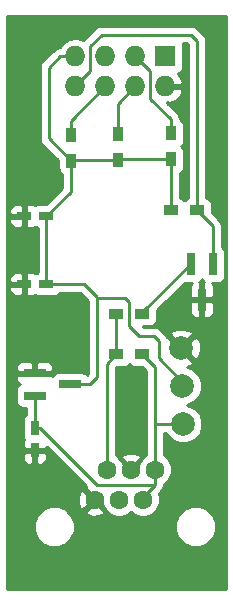
<source format=gbr>
G04 #@! TF.FileFunction,Copper,L1,Top,Signal*
%FSLAX46Y46*%
G04 Gerber Fmt 4.6, Leading zero omitted, Abs format (unit mm)*
G04 Created by KiCad (PCBNEW 4.0.7) date 12/21/18 01:01:40*
%MOMM*%
%LPD*%
G01*
G04 APERTURE LIST*
%ADD10C,0.100000*%
%ADD11C,1.600000*%
%ADD12R,1.727200X1.727200*%
%ADD13O,1.727200X1.727200*%
%ADD14R,0.750000X1.200000*%
%ADD15R,1.200000X0.750000*%
%ADD16R,0.800000X1.900000*%
%ADD17R,1.200000X0.900000*%
%ADD18R,0.900000X1.200000*%
%ADD19R,1.900000X0.800000*%
%ADD20C,2.000000*%
%ADD21C,0.250000*%
%ADD22C,0.254000*%
G04 APERTURE END LIST*
D10*
D11*
X112887600Y-149312600D03*
X111867600Y-151852600D03*
X110847600Y-149312600D03*
X109827600Y-151852600D03*
X108807600Y-149312600D03*
X107787600Y-151852600D03*
D12*
X113766600Y-114300000D03*
D13*
X113766600Y-116840000D03*
X111226600Y-114300000D03*
X111226600Y-116840000D03*
X108686600Y-114300000D03*
X108686600Y-116840000D03*
X106146600Y-114300000D03*
X106146600Y-116840000D03*
D14*
X102692200Y-145785800D03*
X102692200Y-147685800D03*
D15*
X103693000Y-133604000D03*
X101793000Y-133604000D03*
X103693000Y-127838200D03*
X101793000Y-127838200D03*
D16*
X117790000Y-131926200D03*
X115890000Y-131926200D03*
X116840000Y-134926200D03*
D17*
X111818600Y-136093200D03*
X109618600Y-136093200D03*
X109593200Y-139547600D03*
X111793200Y-139547600D03*
X114266800Y-127355600D03*
X116466800Y-127355600D03*
D18*
X114249200Y-123020000D03*
X114249200Y-120820000D03*
X109728000Y-123121600D03*
X109728000Y-120921600D03*
X105765600Y-123147000D03*
X105765600Y-120947000D03*
D19*
X102690800Y-141137600D03*
X102690800Y-143037600D03*
X105690800Y-142087600D03*
D20*
X115189000Y-142214600D03*
X115265200Y-145440400D03*
X115112800Y-139014200D03*
D21*
X115265200Y-145440400D02*
X112973800Y-145440400D01*
X112973800Y-145440400D02*
X112887600Y-145526600D01*
X102692200Y-145785800D02*
X103164600Y-145785800D01*
X107965400Y-150586600D02*
X112887600Y-150586600D01*
X103164600Y-145785800D02*
X107965400Y-150586600D01*
X102692200Y-145785800D02*
X102692200Y-143039000D01*
X102692200Y-143039000D02*
X102690800Y-143037600D01*
X111867600Y-151852600D02*
X111867600Y-151606600D01*
X111867600Y-151606600D02*
X112887600Y-150586600D01*
X112887600Y-149312600D02*
X112887600Y-150586600D01*
X112887600Y-149312600D02*
X112887600Y-145526600D01*
X112887600Y-145526600D02*
X112887600Y-140642000D01*
X112887600Y-140642000D02*
X111793200Y-139547600D01*
X114249200Y-123020000D02*
X114249200Y-127338000D01*
X114249200Y-127338000D02*
X114266800Y-127355600D01*
X115189000Y-142214600D02*
X115189000Y-141884400D01*
X115189000Y-141884400D02*
X113182400Y-139877800D01*
X113182400Y-139877800D02*
X113182400Y-138379200D01*
X113182400Y-138379200D02*
X112776000Y-137972800D01*
X112776000Y-137972800D02*
X111556800Y-137972800D01*
X111556800Y-137972800D02*
X110718600Y-137134600D01*
X110718600Y-137134600D02*
X110718600Y-135128000D01*
X110718600Y-135128000D02*
X110337600Y-134747000D01*
X110337600Y-134747000D02*
X107975400Y-134747000D01*
X105690800Y-142087600D02*
X107391200Y-142087600D01*
X107975400Y-141503400D02*
X107975400Y-134747000D01*
X107975400Y-134747000D02*
X107975400Y-134696200D01*
X107391200Y-142087600D02*
X107975400Y-141503400D01*
X106146600Y-114300000D02*
X104851200Y-114300000D01*
X103886000Y-121267400D02*
X105765600Y-123147000D01*
X103886000Y-115265200D02*
X103886000Y-121267400D01*
X104851200Y-114300000D02*
X103886000Y-115265200D01*
X103693000Y-133604000D02*
X106883200Y-133604000D01*
X106883200Y-133604000D02*
X107975400Y-134696200D01*
X103693000Y-127838200D02*
X103693000Y-133604000D01*
X105765600Y-123147000D02*
X105765600Y-125765600D01*
X105765600Y-125765600D02*
X103693000Y-127838200D01*
X109728000Y-123121600D02*
X105791000Y-123121600D01*
X105791000Y-123121600D02*
X105765600Y-123147000D01*
X114249200Y-123020000D02*
X109829600Y-123020000D01*
X109829600Y-123020000D02*
X109728000Y-123121600D01*
X109593200Y-139547600D02*
X109593200Y-136118600D01*
X109593200Y-136118600D02*
X109618600Y-136093200D01*
X108807600Y-149312600D02*
X108807600Y-140333200D01*
X108807600Y-140333200D02*
X109593200Y-139547600D01*
X111818600Y-136093200D02*
X111818600Y-135997600D01*
X111818600Y-135997600D02*
X115890000Y-131926200D01*
X106146600Y-116840000D02*
X106146600Y-116814600D01*
X106146600Y-116814600D02*
X107416600Y-115544600D01*
X116466800Y-113012400D02*
X116466800Y-127355600D01*
X115925600Y-112471200D02*
X116466800Y-113012400D01*
X108356400Y-112471200D02*
X115925600Y-112471200D01*
X107416600Y-113411000D02*
X108356400Y-112471200D01*
X107416600Y-115544600D02*
X107416600Y-113411000D01*
X117790000Y-131926200D02*
X117790000Y-128678800D01*
X117790000Y-128678800D02*
X116466800Y-127355600D01*
X106146600Y-116840000D02*
X106172000Y-116840000D01*
X114249200Y-120820000D02*
X114249200Y-119659400D01*
X112496600Y-115570000D02*
X111226600Y-114300000D01*
X112496600Y-117906800D02*
X112496600Y-115570000D01*
X114249200Y-119659400D02*
X112496600Y-117906800D01*
X109728000Y-120921600D02*
X109728000Y-118338600D01*
X109728000Y-118338600D02*
X111226600Y-116840000D01*
X105765600Y-120947000D02*
X105765600Y-119761000D01*
X105765600Y-119761000D02*
X108686600Y-116840000D01*
D22*
G36*
X118884200Y-159425000D02*
X100354200Y-159425000D01*
X100354200Y-154496199D01*
X102602299Y-154496199D01*
X102865881Y-155134115D01*
X103353518Y-155622604D01*
X103990973Y-155887299D01*
X104681199Y-155887901D01*
X105319115Y-155624319D01*
X105807604Y-155136682D01*
X106072299Y-154499227D01*
X106072301Y-154496199D01*
X114602299Y-154496199D01*
X114865881Y-155134115D01*
X115353518Y-155622604D01*
X115990973Y-155887299D01*
X116681199Y-155887901D01*
X117319115Y-155624319D01*
X117807604Y-155136682D01*
X118072299Y-154499227D01*
X118072901Y-153809001D01*
X117809319Y-153171085D01*
X117321682Y-152682596D01*
X116684227Y-152417901D01*
X115994001Y-152417299D01*
X115356085Y-152680881D01*
X114867596Y-153168518D01*
X114602901Y-153805973D01*
X114602299Y-154496199D01*
X106072301Y-154496199D01*
X106072901Y-153809001D01*
X105809319Y-153171085D01*
X105499121Y-152860345D01*
X106959461Y-152860345D01*
X107033595Y-153106464D01*
X107570823Y-153299565D01*
X108141054Y-153272378D01*
X108541605Y-153106464D01*
X108615739Y-152860345D01*
X107787600Y-152032205D01*
X106959461Y-152860345D01*
X105499121Y-152860345D01*
X105321682Y-152682596D01*
X104684227Y-152417901D01*
X103994001Y-152417299D01*
X103356085Y-152680881D01*
X102867596Y-153168518D01*
X102602901Y-153805973D01*
X102602299Y-154496199D01*
X100354200Y-154496199D01*
X100354200Y-151635823D01*
X106340635Y-151635823D01*
X106367822Y-152206054D01*
X106533736Y-152606605D01*
X106779855Y-152680739D01*
X107607995Y-151852600D01*
X106779855Y-151024461D01*
X106533736Y-151098595D01*
X106340635Y-151635823D01*
X100354200Y-151635823D01*
X100354200Y-147971550D01*
X101682200Y-147971550D01*
X101682200Y-148412109D01*
X101778873Y-148645498D01*
X101957501Y-148824127D01*
X102190890Y-148920800D01*
X102406450Y-148920800D01*
X102565200Y-148762050D01*
X102565200Y-147812800D01*
X102819200Y-147812800D01*
X102819200Y-148762050D01*
X102977950Y-148920800D01*
X103193510Y-148920800D01*
X103426899Y-148824127D01*
X103605527Y-148645498D01*
X103702200Y-148412109D01*
X103702200Y-147971550D01*
X103543450Y-147812800D01*
X102819200Y-147812800D01*
X102565200Y-147812800D01*
X101840950Y-147812800D01*
X101682200Y-147971550D01*
X100354200Y-147971550D01*
X100354200Y-142637600D01*
X101093360Y-142637600D01*
X101093360Y-143437600D01*
X101137638Y-143672917D01*
X101276710Y-143889041D01*
X101488910Y-144034031D01*
X101740800Y-144085040D01*
X101932200Y-144085040D01*
X101932200Y-144678956D01*
X101865759Y-144721710D01*
X101720769Y-144933910D01*
X101669760Y-145185800D01*
X101669760Y-146385800D01*
X101714038Y-146621117D01*
X101780529Y-146724446D01*
X101778873Y-146726102D01*
X101682200Y-146959491D01*
X101682200Y-147400050D01*
X101840950Y-147558800D01*
X102565200Y-147558800D01*
X102565200Y-147538800D01*
X102819200Y-147538800D01*
X102819200Y-147558800D01*
X103543450Y-147558800D01*
X103702200Y-147400050D01*
X103702200Y-147398202D01*
X107003303Y-150699305D01*
X106959461Y-150844855D01*
X107787600Y-151672995D01*
X107801743Y-151658853D01*
X107981348Y-151838458D01*
X107967205Y-151852600D01*
X108491606Y-152377000D01*
X108610357Y-152664400D01*
X109013677Y-153068424D01*
X109540909Y-153287350D01*
X110111787Y-153287848D01*
X110639400Y-153069843D01*
X110847609Y-152861997D01*
X111053677Y-153068424D01*
X111580909Y-153287350D01*
X112151787Y-153287848D01*
X112679400Y-153069843D01*
X113083424Y-152666523D01*
X113302350Y-152139291D01*
X113302848Y-151568413D01*
X113208625Y-151340377D01*
X113425001Y-151124001D01*
X113589748Y-150877439D01*
X113647600Y-150586600D01*
X113647600Y-150551246D01*
X113699400Y-150529843D01*
X114103424Y-150126523D01*
X114322350Y-149599291D01*
X114322848Y-149028413D01*
X114104843Y-148500800D01*
X113701523Y-148096776D01*
X113647600Y-148074385D01*
X113647600Y-146200400D01*
X113810153Y-146200400D01*
X113878306Y-146365343D01*
X114337837Y-146825678D01*
X114938552Y-147075116D01*
X115588995Y-147075684D01*
X116190143Y-146827294D01*
X116650478Y-146367763D01*
X116899916Y-145767048D01*
X116900484Y-145116605D01*
X116652094Y-144515457D01*
X116192563Y-144055122D01*
X115605773Y-143811466D01*
X116113943Y-143601494D01*
X116574278Y-143141963D01*
X116823716Y-142541248D01*
X116824284Y-141890805D01*
X116575894Y-141289657D01*
X116116363Y-140829322D01*
X115574687Y-140604399D01*
X115987064Y-140433587D01*
X116085727Y-140166732D01*
X115112800Y-139193805D01*
X115098658Y-139207948D01*
X114919053Y-139028343D01*
X114933195Y-139014200D01*
X115292405Y-139014200D01*
X116265332Y-139987127D01*
X116532187Y-139888464D01*
X116758708Y-139278739D01*
X116734656Y-138628740D01*
X116532187Y-138139936D01*
X116265332Y-138041273D01*
X115292405Y-139014200D01*
X114933195Y-139014200D01*
X113960268Y-138041273D01*
X113874319Y-138073051D01*
X113733078Y-137861668D01*
X114139873Y-137861668D01*
X115112800Y-138834595D01*
X116085727Y-137861668D01*
X115987064Y-137594813D01*
X115377339Y-137368292D01*
X114727340Y-137392344D01*
X114238536Y-137594813D01*
X114139873Y-137861668D01*
X113733078Y-137861668D01*
X113719801Y-137841799D01*
X113313401Y-137435399D01*
X113066839Y-137270652D01*
X112776000Y-137212800D01*
X111871602Y-137212800D01*
X111849442Y-137190640D01*
X112418600Y-137190640D01*
X112653917Y-137146362D01*
X112870041Y-137007290D01*
X113015031Y-136795090D01*
X113066040Y-136543200D01*
X113066040Y-135824962D01*
X113679052Y-135211950D01*
X115805000Y-135211950D01*
X115805000Y-136002509D01*
X115901673Y-136235898D01*
X116080301Y-136414527D01*
X116313690Y-136511200D01*
X116554250Y-136511200D01*
X116713000Y-136352450D01*
X116713000Y-135053200D01*
X116967000Y-135053200D01*
X116967000Y-136352450D01*
X117125750Y-136511200D01*
X117366310Y-136511200D01*
X117599699Y-136414527D01*
X117778327Y-136235898D01*
X117875000Y-136002509D01*
X117875000Y-135211950D01*
X117716250Y-135053200D01*
X116967000Y-135053200D01*
X116713000Y-135053200D01*
X115963750Y-135053200D01*
X115805000Y-135211950D01*
X113679052Y-135211950D01*
X115388015Y-133502987D01*
X115490000Y-133523640D01*
X115994534Y-133523640D01*
X115901673Y-133616502D01*
X115805000Y-133849891D01*
X115805000Y-134640450D01*
X115963750Y-134799200D01*
X116713000Y-134799200D01*
X116713000Y-133499950D01*
X116626988Y-133413938D01*
X116741441Y-133340290D01*
X116840633Y-133195117D01*
X116925910Y-133327641D01*
X117052686Y-133414264D01*
X116967000Y-133499950D01*
X116967000Y-134799200D01*
X117716250Y-134799200D01*
X117875000Y-134640450D01*
X117875000Y-133849891D01*
X117778327Y-133616502D01*
X117685466Y-133523640D01*
X118190000Y-133523640D01*
X118425317Y-133479362D01*
X118641441Y-133340290D01*
X118786431Y-133128090D01*
X118837440Y-132876200D01*
X118837440Y-130976200D01*
X118793162Y-130740883D01*
X118654090Y-130524759D01*
X118550000Y-130453637D01*
X118550000Y-128678800D01*
X118505093Y-128453040D01*
X118492148Y-128387960D01*
X118327401Y-128141399D01*
X117714240Y-127528238D01*
X117714240Y-126905600D01*
X117669962Y-126670283D01*
X117530890Y-126454159D01*
X117318690Y-126309169D01*
X117226800Y-126290561D01*
X117226800Y-113012400D01*
X117168948Y-112721561D01*
X117168948Y-112721560D01*
X117004201Y-112474999D01*
X116463001Y-111933799D01*
X116216439Y-111769052D01*
X115925600Y-111711200D01*
X108356400Y-111711200D01*
X108065561Y-111769052D01*
X107818999Y-111933799D01*
X106879199Y-112873599D01*
X106824307Y-112955751D01*
X106720089Y-112886115D01*
X106146600Y-112772041D01*
X105573111Y-112886115D01*
X105086930Y-113210971D01*
X104867080Y-113540000D01*
X104851200Y-113540000D01*
X104560361Y-113597852D01*
X104313799Y-113762599D01*
X103348599Y-114727799D01*
X103183852Y-114974361D01*
X103126000Y-115265200D01*
X103126000Y-121267400D01*
X103183852Y-121558239D01*
X103348599Y-121804801D01*
X104668160Y-123124362D01*
X104668160Y-123747000D01*
X104712438Y-123982317D01*
X104851510Y-124198441D01*
X105005600Y-124303726D01*
X105005600Y-125450798D01*
X103640638Y-126815760D01*
X103093000Y-126815760D01*
X102857683Y-126860038D01*
X102754354Y-126926529D01*
X102752698Y-126924873D01*
X102519309Y-126828200D01*
X102078750Y-126828200D01*
X101920000Y-126986950D01*
X101920000Y-127711200D01*
X101940000Y-127711200D01*
X101940000Y-127965200D01*
X101920000Y-127965200D01*
X101920000Y-128689450D01*
X102078750Y-128848200D01*
X102519309Y-128848200D01*
X102752698Y-128751527D01*
X102754068Y-128750157D01*
X102841110Y-128809631D01*
X102933000Y-128828239D01*
X102933000Y-132611666D01*
X102857683Y-132625838D01*
X102754354Y-132692329D01*
X102752698Y-132690673D01*
X102519309Y-132594000D01*
X102078750Y-132594000D01*
X101920000Y-132752750D01*
X101920000Y-133477000D01*
X101940000Y-133477000D01*
X101940000Y-133731000D01*
X101920000Y-133731000D01*
X101920000Y-134455250D01*
X102078750Y-134614000D01*
X102519309Y-134614000D01*
X102752698Y-134517327D01*
X102754068Y-134515957D01*
X102841110Y-134575431D01*
X103093000Y-134626440D01*
X104293000Y-134626440D01*
X104528317Y-134582162D01*
X104744441Y-134443090D01*
X104798481Y-134364000D01*
X106568398Y-134364000D01*
X107215400Y-135011002D01*
X107215400Y-141188598D01*
X107129537Y-141274461D01*
X107104890Y-141236159D01*
X106892690Y-141091169D01*
X106640800Y-141040160D01*
X104740800Y-141040160D01*
X104505483Y-141084438D01*
X104289359Y-141223510D01*
X104202736Y-141350286D01*
X104117050Y-141264600D01*
X102817800Y-141264600D01*
X102817800Y-141284600D01*
X102563800Y-141284600D01*
X102563800Y-141264600D01*
X101264550Y-141264600D01*
X101105800Y-141423350D01*
X101105800Y-141663910D01*
X101202473Y-141897299D01*
X101381102Y-142075927D01*
X101417547Y-142091023D01*
X101289359Y-142173510D01*
X101144369Y-142385710D01*
X101093360Y-142637600D01*
X100354200Y-142637600D01*
X100354200Y-140611290D01*
X101105800Y-140611290D01*
X101105800Y-140851850D01*
X101264550Y-141010600D01*
X102563800Y-141010600D01*
X102563800Y-140261350D01*
X102817800Y-140261350D01*
X102817800Y-141010600D01*
X104117050Y-141010600D01*
X104275800Y-140851850D01*
X104275800Y-140611290D01*
X104179127Y-140377901D01*
X104000498Y-140199273D01*
X103767109Y-140102600D01*
X102976550Y-140102600D01*
X102817800Y-140261350D01*
X102563800Y-140261350D01*
X102405050Y-140102600D01*
X101614491Y-140102600D01*
X101381102Y-140199273D01*
X101202473Y-140377901D01*
X101105800Y-140611290D01*
X100354200Y-140611290D01*
X100354200Y-133889750D01*
X100558000Y-133889750D01*
X100558000Y-134105310D01*
X100654673Y-134338699D01*
X100833302Y-134517327D01*
X101066691Y-134614000D01*
X101507250Y-134614000D01*
X101666000Y-134455250D01*
X101666000Y-133731000D01*
X100716750Y-133731000D01*
X100558000Y-133889750D01*
X100354200Y-133889750D01*
X100354200Y-133102690D01*
X100558000Y-133102690D01*
X100558000Y-133318250D01*
X100716750Y-133477000D01*
X101666000Y-133477000D01*
X101666000Y-132752750D01*
X101507250Y-132594000D01*
X101066691Y-132594000D01*
X100833302Y-132690673D01*
X100654673Y-132869301D01*
X100558000Y-133102690D01*
X100354200Y-133102690D01*
X100354200Y-128123950D01*
X100558000Y-128123950D01*
X100558000Y-128339510D01*
X100654673Y-128572899D01*
X100833302Y-128751527D01*
X101066691Y-128848200D01*
X101507250Y-128848200D01*
X101666000Y-128689450D01*
X101666000Y-127965200D01*
X100716750Y-127965200D01*
X100558000Y-128123950D01*
X100354200Y-128123950D01*
X100354200Y-127336890D01*
X100558000Y-127336890D01*
X100558000Y-127552450D01*
X100716750Y-127711200D01*
X101666000Y-127711200D01*
X101666000Y-126986950D01*
X101507250Y-126828200D01*
X101066691Y-126828200D01*
X100833302Y-126924873D01*
X100654673Y-127103501D01*
X100558000Y-127336890D01*
X100354200Y-127336890D01*
X100354200Y-110895000D01*
X118884200Y-110895000D01*
X118884200Y-159425000D01*
X118884200Y-159425000D01*
G37*
X118884200Y-159425000D02*
X100354200Y-159425000D01*
X100354200Y-154496199D01*
X102602299Y-154496199D01*
X102865881Y-155134115D01*
X103353518Y-155622604D01*
X103990973Y-155887299D01*
X104681199Y-155887901D01*
X105319115Y-155624319D01*
X105807604Y-155136682D01*
X106072299Y-154499227D01*
X106072301Y-154496199D01*
X114602299Y-154496199D01*
X114865881Y-155134115D01*
X115353518Y-155622604D01*
X115990973Y-155887299D01*
X116681199Y-155887901D01*
X117319115Y-155624319D01*
X117807604Y-155136682D01*
X118072299Y-154499227D01*
X118072901Y-153809001D01*
X117809319Y-153171085D01*
X117321682Y-152682596D01*
X116684227Y-152417901D01*
X115994001Y-152417299D01*
X115356085Y-152680881D01*
X114867596Y-153168518D01*
X114602901Y-153805973D01*
X114602299Y-154496199D01*
X106072301Y-154496199D01*
X106072901Y-153809001D01*
X105809319Y-153171085D01*
X105499121Y-152860345D01*
X106959461Y-152860345D01*
X107033595Y-153106464D01*
X107570823Y-153299565D01*
X108141054Y-153272378D01*
X108541605Y-153106464D01*
X108615739Y-152860345D01*
X107787600Y-152032205D01*
X106959461Y-152860345D01*
X105499121Y-152860345D01*
X105321682Y-152682596D01*
X104684227Y-152417901D01*
X103994001Y-152417299D01*
X103356085Y-152680881D01*
X102867596Y-153168518D01*
X102602901Y-153805973D01*
X102602299Y-154496199D01*
X100354200Y-154496199D01*
X100354200Y-151635823D01*
X106340635Y-151635823D01*
X106367822Y-152206054D01*
X106533736Y-152606605D01*
X106779855Y-152680739D01*
X107607995Y-151852600D01*
X106779855Y-151024461D01*
X106533736Y-151098595D01*
X106340635Y-151635823D01*
X100354200Y-151635823D01*
X100354200Y-147971550D01*
X101682200Y-147971550D01*
X101682200Y-148412109D01*
X101778873Y-148645498D01*
X101957501Y-148824127D01*
X102190890Y-148920800D01*
X102406450Y-148920800D01*
X102565200Y-148762050D01*
X102565200Y-147812800D01*
X102819200Y-147812800D01*
X102819200Y-148762050D01*
X102977950Y-148920800D01*
X103193510Y-148920800D01*
X103426899Y-148824127D01*
X103605527Y-148645498D01*
X103702200Y-148412109D01*
X103702200Y-147971550D01*
X103543450Y-147812800D01*
X102819200Y-147812800D01*
X102565200Y-147812800D01*
X101840950Y-147812800D01*
X101682200Y-147971550D01*
X100354200Y-147971550D01*
X100354200Y-142637600D01*
X101093360Y-142637600D01*
X101093360Y-143437600D01*
X101137638Y-143672917D01*
X101276710Y-143889041D01*
X101488910Y-144034031D01*
X101740800Y-144085040D01*
X101932200Y-144085040D01*
X101932200Y-144678956D01*
X101865759Y-144721710D01*
X101720769Y-144933910D01*
X101669760Y-145185800D01*
X101669760Y-146385800D01*
X101714038Y-146621117D01*
X101780529Y-146724446D01*
X101778873Y-146726102D01*
X101682200Y-146959491D01*
X101682200Y-147400050D01*
X101840950Y-147558800D01*
X102565200Y-147558800D01*
X102565200Y-147538800D01*
X102819200Y-147538800D01*
X102819200Y-147558800D01*
X103543450Y-147558800D01*
X103702200Y-147400050D01*
X103702200Y-147398202D01*
X107003303Y-150699305D01*
X106959461Y-150844855D01*
X107787600Y-151672995D01*
X107801743Y-151658853D01*
X107981348Y-151838458D01*
X107967205Y-151852600D01*
X108491606Y-152377000D01*
X108610357Y-152664400D01*
X109013677Y-153068424D01*
X109540909Y-153287350D01*
X110111787Y-153287848D01*
X110639400Y-153069843D01*
X110847609Y-152861997D01*
X111053677Y-153068424D01*
X111580909Y-153287350D01*
X112151787Y-153287848D01*
X112679400Y-153069843D01*
X113083424Y-152666523D01*
X113302350Y-152139291D01*
X113302848Y-151568413D01*
X113208625Y-151340377D01*
X113425001Y-151124001D01*
X113589748Y-150877439D01*
X113647600Y-150586600D01*
X113647600Y-150551246D01*
X113699400Y-150529843D01*
X114103424Y-150126523D01*
X114322350Y-149599291D01*
X114322848Y-149028413D01*
X114104843Y-148500800D01*
X113701523Y-148096776D01*
X113647600Y-148074385D01*
X113647600Y-146200400D01*
X113810153Y-146200400D01*
X113878306Y-146365343D01*
X114337837Y-146825678D01*
X114938552Y-147075116D01*
X115588995Y-147075684D01*
X116190143Y-146827294D01*
X116650478Y-146367763D01*
X116899916Y-145767048D01*
X116900484Y-145116605D01*
X116652094Y-144515457D01*
X116192563Y-144055122D01*
X115605773Y-143811466D01*
X116113943Y-143601494D01*
X116574278Y-143141963D01*
X116823716Y-142541248D01*
X116824284Y-141890805D01*
X116575894Y-141289657D01*
X116116363Y-140829322D01*
X115574687Y-140604399D01*
X115987064Y-140433587D01*
X116085727Y-140166732D01*
X115112800Y-139193805D01*
X115098658Y-139207948D01*
X114919053Y-139028343D01*
X114933195Y-139014200D01*
X115292405Y-139014200D01*
X116265332Y-139987127D01*
X116532187Y-139888464D01*
X116758708Y-139278739D01*
X116734656Y-138628740D01*
X116532187Y-138139936D01*
X116265332Y-138041273D01*
X115292405Y-139014200D01*
X114933195Y-139014200D01*
X113960268Y-138041273D01*
X113874319Y-138073051D01*
X113733078Y-137861668D01*
X114139873Y-137861668D01*
X115112800Y-138834595D01*
X116085727Y-137861668D01*
X115987064Y-137594813D01*
X115377339Y-137368292D01*
X114727340Y-137392344D01*
X114238536Y-137594813D01*
X114139873Y-137861668D01*
X113733078Y-137861668D01*
X113719801Y-137841799D01*
X113313401Y-137435399D01*
X113066839Y-137270652D01*
X112776000Y-137212800D01*
X111871602Y-137212800D01*
X111849442Y-137190640D01*
X112418600Y-137190640D01*
X112653917Y-137146362D01*
X112870041Y-137007290D01*
X113015031Y-136795090D01*
X113066040Y-136543200D01*
X113066040Y-135824962D01*
X113679052Y-135211950D01*
X115805000Y-135211950D01*
X115805000Y-136002509D01*
X115901673Y-136235898D01*
X116080301Y-136414527D01*
X116313690Y-136511200D01*
X116554250Y-136511200D01*
X116713000Y-136352450D01*
X116713000Y-135053200D01*
X116967000Y-135053200D01*
X116967000Y-136352450D01*
X117125750Y-136511200D01*
X117366310Y-136511200D01*
X117599699Y-136414527D01*
X117778327Y-136235898D01*
X117875000Y-136002509D01*
X117875000Y-135211950D01*
X117716250Y-135053200D01*
X116967000Y-135053200D01*
X116713000Y-135053200D01*
X115963750Y-135053200D01*
X115805000Y-135211950D01*
X113679052Y-135211950D01*
X115388015Y-133502987D01*
X115490000Y-133523640D01*
X115994534Y-133523640D01*
X115901673Y-133616502D01*
X115805000Y-133849891D01*
X115805000Y-134640450D01*
X115963750Y-134799200D01*
X116713000Y-134799200D01*
X116713000Y-133499950D01*
X116626988Y-133413938D01*
X116741441Y-133340290D01*
X116840633Y-133195117D01*
X116925910Y-133327641D01*
X117052686Y-133414264D01*
X116967000Y-133499950D01*
X116967000Y-134799200D01*
X117716250Y-134799200D01*
X117875000Y-134640450D01*
X117875000Y-133849891D01*
X117778327Y-133616502D01*
X117685466Y-133523640D01*
X118190000Y-133523640D01*
X118425317Y-133479362D01*
X118641441Y-133340290D01*
X118786431Y-133128090D01*
X118837440Y-132876200D01*
X118837440Y-130976200D01*
X118793162Y-130740883D01*
X118654090Y-130524759D01*
X118550000Y-130453637D01*
X118550000Y-128678800D01*
X118505093Y-128453040D01*
X118492148Y-128387960D01*
X118327401Y-128141399D01*
X117714240Y-127528238D01*
X117714240Y-126905600D01*
X117669962Y-126670283D01*
X117530890Y-126454159D01*
X117318690Y-126309169D01*
X117226800Y-126290561D01*
X117226800Y-113012400D01*
X117168948Y-112721561D01*
X117168948Y-112721560D01*
X117004201Y-112474999D01*
X116463001Y-111933799D01*
X116216439Y-111769052D01*
X115925600Y-111711200D01*
X108356400Y-111711200D01*
X108065561Y-111769052D01*
X107818999Y-111933799D01*
X106879199Y-112873599D01*
X106824307Y-112955751D01*
X106720089Y-112886115D01*
X106146600Y-112772041D01*
X105573111Y-112886115D01*
X105086930Y-113210971D01*
X104867080Y-113540000D01*
X104851200Y-113540000D01*
X104560361Y-113597852D01*
X104313799Y-113762599D01*
X103348599Y-114727799D01*
X103183852Y-114974361D01*
X103126000Y-115265200D01*
X103126000Y-121267400D01*
X103183852Y-121558239D01*
X103348599Y-121804801D01*
X104668160Y-123124362D01*
X104668160Y-123747000D01*
X104712438Y-123982317D01*
X104851510Y-124198441D01*
X105005600Y-124303726D01*
X105005600Y-125450798D01*
X103640638Y-126815760D01*
X103093000Y-126815760D01*
X102857683Y-126860038D01*
X102754354Y-126926529D01*
X102752698Y-126924873D01*
X102519309Y-126828200D01*
X102078750Y-126828200D01*
X101920000Y-126986950D01*
X101920000Y-127711200D01*
X101940000Y-127711200D01*
X101940000Y-127965200D01*
X101920000Y-127965200D01*
X101920000Y-128689450D01*
X102078750Y-128848200D01*
X102519309Y-128848200D01*
X102752698Y-128751527D01*
X102754068Y-128750157D01*
X102841110Y-128809631D01*
X102933000Y-128828239D01*
X102933000Y-132611666D01*
X102857683Y-132625838D01*
X102754354Y-132692329D01*
X102752698Y-132690673D01*
X102519309Y-132594000D01*
X102078750Y-132594000D01*
X101920000Y-132752750D01*
X101920000Y-133477000D01*
X101940000Y-133477000D01*
X101940000Y-133731000D01*
X101920000Y-133731000D01*
X101920000Y-134455250D01*
X102078750Y-134614000D01*
X102519309Y-134614000D01*
X102752698Y-134517327D01*
X102754068Y-134515957D01*
X102841110Y-134575431D01*
X103093000Y-134626440D01*
X104293000Y-134626440D01*
X104528317Y-134582162D01*
X104744441Y-134443090D01*
X104798481Y-134364000D01*
X106568398Y-134364000D01*
X107215400Y-135011002D01*
X107215400Y-141188598D01*
X107129537Y-141274461D01*
X107104890Y-141236159D01*
X106892690Y-141091169D01*
X106640800Y-141040160D01*
X104740800Y-141040160D01*
X104505483Y-141084438D01*
X104289359Y-141223510D01*
X104202736Y-141350286D01*
X104117050Y-141264600D01*
X102817800Y-141264600D01*
X102817800Y-141284600D01*
X102563800Y-141284600D01*
X102563800Y-141264600D01*
X101264550Y-141264600D01*
X101105800Y-141423350D01*
X101105800Y-141663910D01*
X101202473Y-141897299D01*
X101381102Y-142075927D01*
X101417547Y-142091023D01*
X101289359Y-142173510D01*
X101144369Y-142385710D01*
X101093360Y-142637600D01*
X100354200Y-142637600D01*
X100354200Y-140611290D01*
X101105800Y-140611290D01*
X101105800Y-140851850D01*
X101264550Y-141010600D01*
X102563800Y-141010600D01*
X102563800Y-140261350D01*
X102817800Y-140261350D01*
X102817800Y-141010600D01*
X104117050Y-141010600D01*
X104275800Y-140851850D01*
X104275800Y-140611290D01*
X104179127Y-140377901D01*
X104000498Y-140199273D01*
X103767109Y-140102600D01*
X102976550Y-140102600D01*
X102817800Y-140261350D01*
X102563800Y-140261350D01*
X102405050Y-140102600D01*
X101614491Y-140102600D01*
X101381102Y-140199273D01*
X101202473Y-140377901D01*
X101105800Y-140611290D01*
X100354200Y-140611290D01*
X100354200Y-133889750D01*
X100558000Y-133889750D01*
X100558000Y-134105310D01*
X100654673Y-134338699D01*
X100833302Y-134517327D01*
X101066691Y-134614000D01*
X101507250Y-134614000D01*
X101666000Y-134455250D01*
X101666000Y-133731000D01*
X100716750Y-133731000D01*
X100558000Y-133889750D01*
X100354200Y-133889750D01*
X100354200Y-133102690D01*
X100558000Y-133102690D01*
X100558000Y-133318250D01*
X100716750Y-133477000D01*
X101666000Y-133477000D01*
X101666000Y-132752750D01*
X101507250Y-132594000D01*
X101066691Y-132594000D01*
X100833302Y-132690673D01*
X100654673Y-132869301D01*
X100558000Y-133102690D01*
X100354200Y-133102690D01*
X100354200Y-128123950D01*
X100558000Y-128123950D01*
X100558000Y-128339510D01*
X100654673Y-128572899D01*
X100833302Y-128751527D01*
X101066691Y-128848200D01*
X101507250Y-128848200D01*
X101666000Y-128689450D01*
X101666000Y-127965200D01*
X100716750Y-127965200D01*
X100558000Y-128123950D01*
X100354200Y-128123950D01*
X100354200Y-127336890D01*
X100558000Y-127336890D01*
X100558000Y-127552450D01*
X100716750Y-127711200D01*
X101666000Y-127711200D01*
X101666000Y-126986950D01*
X101507250Y-126828200D01*
X101066691Y-126828200D01*
X100833302Y-126924873D01*
X100654673Y-127103501D01*
X100558000Y-127336890D01*
X100354200Y-127336890D01*
X100354200Y-110895000D01*
X118884200Y-110895000D01*
X118884200Y-159425000D01*
G36*
X110729110Y-140449041D02*
X110941310Y-140594031D01*
X111193200Y-140645040D01*
X111815838Y-140645040D01*
X112127600Y-140956802D01*
X112127600Y-148073954D01*
X112075800Y-148095357D01*
X111671776Y-148498677D01*
X111551520Y-148788286D01*
X111027205Y-149312600D01*
X111041348Y-149326742D01*
X110861743Y-149506348D01*
X110847600Y-149492205D01*
X110833458Y-149506348D01*
X110653852Y-149326742D01*
X110667995Y-149312600D01*
X110143594Y-148788200D01*
X110024843Y-148500800D01*
X109829240Y-148304855D01*
X110019461Y-148304855D01*
X110847600Y-149132995D01*
X111675739Y-148304855D01*
X111601605Y-148058736D01*
X111064377Y-147865635D01*
X110494146Y-147892822D01*
X110093595Y-148058736D01*
X110019461Y-148304855D01*
X109829240Y-148304855D01*
X109621523Y-148096776D01*
X109567600Y-148074385D01*
X109567600Y-140648002D01*
X109570562Y-140645040D01*
X110193200Y-140645040D01*
X110428517Y-140600762D01*
X110644641Y-140461690D01*
X110692334Y-140391889D01*
X110729110Y-140449041D01*
X110729110Y-140449041D01*
G37*
X110729110Y-140449041D02*
X110941310Y-140594031D01*
X111193200Y-140645040D01*
X111815838Y-140645040D01*
X112127600Y-140956802D01*
X112127600Y-148073954D01*
X112075800Y-148095357D01*
X111671776Y-148498677D01*
X111551520Y-148788286D01*
X111027205Y-149312600D01*
X111041348Y-149326742D01*
X110861743Y-149506348D01*
X110847600Y-149492205D01*
X110833458Y-149506348D01*
X110653852Y-149326742D01*
X110667995Y-149312600D01*
X110143594Y-148788200D01*
X110024843Y-148500800D01*
X109829240Y-148304855D01*
X110019461Y-148304855D01*
X110847600Y-149132995D01*
X111675739Y-148304855D01*
X111601605Y-148058736D01*
X111064377Y-147865635D01*
X110494146Y-147892822D01*
X110093595Y-148058736D01*
X110019461Y-148304855D01*
X109829240Y-148304855D01*
X109621523Y-148096776D01*
X109567600Y-148074385D01*
X109567600Y-140648002D01*
X109570562Y-140645040D01*
X110193200Y-140645040D01*
X110428517Y-140600762D01*
X110644641Y-140461690D01*
X110692334Y-140391889D01*
X110729110Y-140449041D01*
G36*
X115706800Y-113327202D02*
X115706800Y-126288266D01*
X115631483Y-126302438D01*
X115415359Y-126441510D01*
X115367666Y-126511311D01*
X115330890Y-126454159D01*
X115118690Y-126309169D01*
X115009200Y-126286997D01*
X115009200Y-124175105D01*
X115150641Y-124084090D01*
X115295631Y-123871890D01*
X115346640Y-123620000D01*
X115346640Y-122420000D01*
X115302362Y-122184683D01*
X115163290Y-121968559D01*
X115093489Y-121920866D01*
X115150641Y-121884090D01*
X115295631Y-121671890D01*
X115346640Y-121420000D01*
X115346640Y-120220000D01*
X115302362Y-119984683D01*
X115163290Y-119768559D01*
X115009200Y-119663274D01*
X115009200Y-119659400D01*
X114951348Y-119368561D01*
X114786601Y-119121999D01*
X113893602Y-118229000D01*
X113893602Y-118173818D01*
X114125626Y-118294958D01*
X114541547Y-118122688D01*
X114973421Y-117728490D01*
X115221568Y-117199027D01*
X115101069Y-116967000D01*
X113893600Y-116967000D01*
X113893600Y-116987000D01*
X113639600Y-116987000D01*
X113639600Y-116967000D01*
X113619600Y-116967000D01*
X113619600Y-116713000D01*
X113639600Y-116713000D01*
X113639600Y-116693000D01*
X113893600Y-116693000D01*
X113893600Y-116713000D01*
X115101069Y-116713000D01*
X115221568Y-116480973D01*
X114973421Y-115951510D01*
X114787167Y-115781505D01*
X114865517Y-115766762D01*
X115081641Y-115627690D01*
X115226631Y-115415490D01*
X115277640Y-115163600D01*
X115277640Y-113436400D01*
X115239029Y-113231200D01*
X115610798Y-113231200D01*
X115706800Y-113327202D01*
X115706800Y-113327202D01*
G37*
X115706800Y-113327202D02*
X115706800Y-126288266D01*
X115631483Y-126302438D01*
X115415359Y-126441510D01*
X115367666Y-126511311D01*
X115330890Y-126454159D01*
X115118690Y-126309169D01*
X115009200Y-126286997D01*
X115009200Y-124175105D01*
X115150641Y-124084090D01*
X115295631Y-123871890D01*
X115346640Y-123620000D01*
X115346640Y-122420000D01*
X115302362Y-122184683D01*
X115163290Y-121968559D01*
X115093489Y-121920866D01*
X115150641Y-121884090D01*
X115295631Y-121671890D01*
X115346640Y-121420000D01*
X115346640Y-120220000D01*
X115302362Y-119984683D01*
X115163290Y-119768559D01*
X115009200Y-119663274D01*
X115009200Y-119659400D01*
X114951348Y-119368561D01*
X114786601Y-119121999D01*
X113893602Y-118229000D01*
X113893602Y-118173818D01*
X114125626Y-118294958D01*
X114541547Y-118122688D01*
X114973421Y-117728490D01*
X115221568Y-117199027D01*
X115101069Y-116967000D01*
X113893600Y-116967000D01*
X113893600Y-116987000D01*
X113639600Y-116987000D01*
X113639600Y-116967000D01*
X113619600Y-116967000D01*
X113619600Y-116713000D01*
X113639600Y-116713000D01*
X113639600Y-116693000D01*
X113893600Y-116693000D01*
X113893600Y-116713000D01*
X115101069Y-116713000D01*
X115221568Y-116480973D01*
X114973421Y-115951510D01*
X114787167Y-115781505D01*
X114865517Y-115766762D01*
X115081641Y-115627690D01*
X115226631Y-115415490D01*
X115277640Y-115163600D01*
X115277640Y-113436400D01*
X115239029Y-113231200D01*
X115610798Y-113231200D01*
X115706800Y-113327202D01*
M02*

</source>
